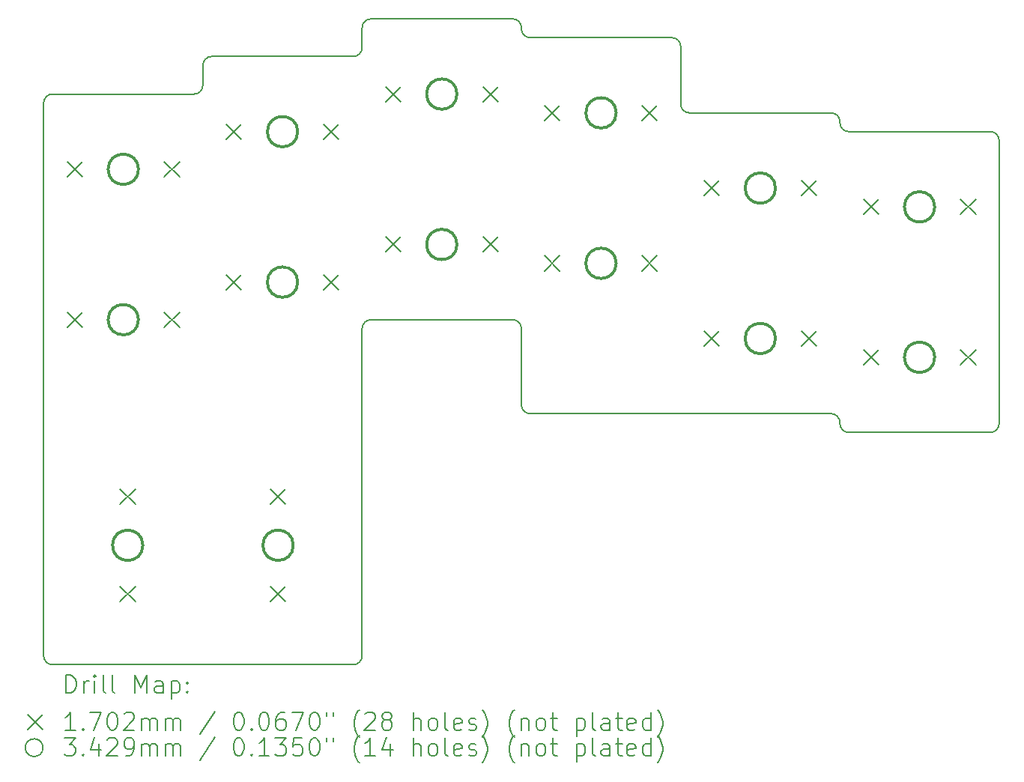
<source format=gbr>
%TF.GenerationSoftware,KiCad,Pcbnew,7.0.8*%
%TF.CreationDate,2024-04-01T22:35:28+01:00*%
%TF.ProjectId,right,72696768-742e-46b6-9963-61645f706362,v1.0.0*%
%TF.SameCoordinates,Original*%
%TF.FileFunction,Drillmap*%
%TF.FilePolarity,Positive*%
%FSLAX45Y45*%
G04 Gerber Fmt 4.5, Leading zero omitted, Abs format (unit mm)*
G04 Created by KiCad (PCBNEW 7.0.8) date 2024-04-01 22:35:28*
%MOMM*%
%LPD*%
G01*
G04 APERTURE LIST*
%ADD10C,0.150000*%
%ADD11C,0.200000*%
%ADD12C,0.170180*%
%ADD13C,0.342900*%
G04 APERTURE END LIST*
D10*
X30800000Y-14675000D02*
X32400000Y-14675000D01*
X32500000Y-14575000D02*
X32500000Y-11375000D01*
X30700000Y-14562500D02*
X30700000Y-14575000D01*
X32400000Y-11275000D02*
X30800000Y-11275000D01*
X27200000Y-14462500D02*
X30600000Y-14462500D01*
X30700000Y-11175000D02*
X30700000Y-11162500D01*
X30600000Y-11062500D02*
X29000000Y-11062500D01*
X27100000Y-14362500D02*
X27100000Y-13500000D01*
X28900000Y-10962500D02*
X28900000Y-10312500D01*
X28800000Y-10212500D02*
X27200000Y-10212500D01*
X25400000Y-13400000D02*
X27000000Y-13400000D01*
X27100000Y-10112500D02*
X27100000Y-10100000D01*
X27000000Y-10000000D02*
X25400000Y-10000000D01*
X25300000Y-10100000D02*
X25300000Y-10325000D01*
X25300000Y-17200000D02*
X25300000Y-13500000D01*
X25200000Y-10425000D02*
X23600000Y-10425000D01*
X23500000Y-10525000D02*
X23500000Y-10750000D01*
X21700000Y-17200000D02*
X21700000Y-10950000D01*
X23400000Y-10850000D02*
X21800000Y-10850000D01*
X21800000Y-17300000D02*
X25200000Y-17300000D01*
X32400000Y-14675000D02*
G75*
G03*
X32500000Y-14575000I0J100000D01*
G01*
X32500000Y-11375000D02*
G75*
G03*
X32400000Y-11275000I-100000J0D01*
G01*
X30700000Y-11175000D02*
G75*
G03*
X30800000Y-11275000I100000J0D01*
G01*
X30700000Y-11162500D02*
G75*
G03*
X30600000Y-11062500I-100000J0D01*
G01*
X28900000Y-10962500D02*
G75*
G03*
X29000000Y-11062500I100000J0D01*
G01*
X28900000Y-10312500D02*
G75*
G03*
X28800000Y-10212500I-100000J0D01*
G01*
X27100000Y-10112500D02*
G75*
G03*
X27200000Y-10212500I100000J0D01*
G01*
X27100000Y-10100000D02*
G75*
G03*
X27000000Y-10000000I-100000J0D01*
G01*
X25400000Y-10000000D02*
G75*
G03*
X25300000Y-10100000I0J-100000D01*
G01*
X25200000Y-10425000D02*
G75*
G03*
X25300000Y-10325000I0J100000D01*
G01*
X23600000Y-10425000D02*
G75*
G03*
X23500000Y-10525000I0J-100000D01*
G01*
X23400000Y-10850000D02*
G75*
G03*
X23500000Y-10750000I0J100000D01*
G01*
X21800000Y-10850000D02*
G75*
G03*
X21700000Y-10950000I0J-100000D01*
G01*
X21700000Y-17200000D02*
G75*
G03*
X21800000Y-17300000I100000J0D01*
G01*
X25200000Y-17300000D02*
G75*
G03*
X25300000Y-17200000I0J100000D01*
G01*
X25400000Y-13400000D02*
G75*
G03*
X25300000Y-13500000I0J-100000D01*
G01*
X27100000Y-13500000D02*
G75*
G03*
X27000000Y-13400000I-100000J0D01*
G01*
X27100000Y-14362500D02*
G75*
G03*
X27200000Y-14462500I100000J0D01*
G01*
X30700000Y-14562500D02*
G75*
G03*
X30600000Y-14462500I-100000J0D01*
G01*
X30700000Y-14575000D02*
G75*
G03*
X30800000Y-14675000I100000J0D01*
G01*
D11*
D12*
X21964910Y-11614910D02*
X22135090Y-11785090D01*
X22135090Y-11614910D02*
X21964910Y-11785090D01*
X21964910Y-13314910D02*
X22135090Y-13485090D01*
X22135090Y-13314910D02*
X21964910Y-13485090D01*
X22564910Y-15314910D02*
X22735090Y-15485090D01*
X22735090Y-15314910D02*
X22564910Y-15485090D01*
X22564910Y-16414910D02*
X22735090Y-16585090D01*
X22735090Y-16414910D02*
X22564910Y-16585090D01*
X23064910Y-11614910D02*
X23235090Y-11785090D01*
X23235090Y-11614910D02*
X23064910Y-11785090D01*
X23064910Y-13314910D02*
X23235090Y-13485090D01*
X23235090Y-13314910D02*
X23064910Y-13485090D01*
X23764910Y-11189910D02*
X23935090Y-11360090D01*
X23935090Y-11189910D02*
X23764910Y-11360090D01*
X23764910Y-12889910D02*
X23935090Y-13060090D01*
X23935090Y-12889910D02*
X23764910Y-13060090D01*
X24264910Y-15314910D02*
X24435090Y-15485090D01*
X24435090Y-15314910D02*
X24264910Y-15485090D01*
X24264910Y-16414910D02*
X24435090Y-16585090D01*
X24435090Y-16414910D02*
X24264910Y-16585090D01*
X24864910Y-11189910D02*
X25035090Y-11360090D01*
X25035090Y-11189910D02*
X24864910Y-11360090D01*
X24864910Y-12889910D02*
X25035090Y-13060090D01*
X25035090Y-12889910D02*
X24864910Y-13060090D01*
X25564910Y-10764910D02*
X25735090Y-10935090D01*
X25735090Y-10764910D02*
X25564910Y-10935090D01*
X25564910Y-12464910D02*
X25735090Y-12635090D01*
X25735090Y-12464910D02*
X25564910Y-12635090D01*
X26664910Y-10764910D02*
X26835090Y-10935090D01*
X26835090Y-10764910D02*
X26664910Y-10935090D01*
X26664910Y-12464910D02*
X26835090Y-12635090D01*
X26835090Y-12464910D02*
X26664910Y-12635090D01*
X27364910Y-10977410D02*
X27535090Y-11147590D01*
X27535090Y-10977410D02*
X27364910Y-11147590D01*
X27364910Y-12677410D02*
X27535090Y-12847590D01*
X27535090Y-12677410D02*
X27364910Y-12847590D01*
X28464910Y-10977410D02*
X28635090Y-11147590D01*
X28635090Y-10977410D02*
X28464910Y-11147590D01*
X28464910Y-12677410D02*
X28635090Y-12847590D01*
X28635090Y-12677410D02*
X28464910Y-12847590D01*
X29164910Y-11827410D02*
X29335090Y-11997590D01*
X29335090Y-11827410D02*
X29164910Y-11997590D01*
X29164910Y-13527410D02*
X29335090Y-13697590D01*
X29335090Y-13527410D02*
X29164910Y-13697590D01*
X30264910Y-11827410D02*
X30435090Y-11997590D01*
X30435090Y-11827410D02*
X30264910Y-11997590D01*
X30264910Y-13527410D02*
X30435090Y-13697590D01*
X30435090Y-13527410D02*
X30264910Y-13697590D01*
X30964910Y-12039910D02*
X31135090Y-12210090D01*
X31135090Y-12039910D02*
X30964910Y-12210090D01*
X30964910Y-13739910D02*
X31135090Y-13910090D01*
X31135090Y-13739910D02*
X30964910Y-13910090D01*
X32064910Y-12039910D02*
X32235090Y-12210090D01*
X32235090Y-12039910D02*
X32064910Y-12210090D01*
X32064910Y-13739910D02*
X32235090Y-13910090D01*
X32235090Y-13739910D02*
X32064910Y-13910090D01*
D13*
X22771450Y-11700000D02*
G75*
G03*
X22771450Y-11700000I-171450J0D01*
G01*
X22771450Y-13400000D02*
G75*
G03*
X22771450Y-13400000I-171450J0D01*
G01*
X22821450Y-15950000D02*
G75*
G03*
X22821450Y-15950000I-171450J0D01*
G01*
X24521450Y-15950000D02*
G75*
G03*
X24521450Y-15950000I-171450J0D01*
G01*
X24571450Y-11275000D02*
G75*
G03*
X24571450Y-11275000I-171450J0D01*
G01*
X24571450Y-12975000D02*
G75*
G03*
X24571450Y-12975000I-171450J0D01*
G01*
X26371450Y-10850000D02*
G75*
G03*
X26371450Y-10850000I-171450J0D01*
G01*
X26371450Y-12550000D02*
G75*
G03*
X26371450Y-12550000I-171450J0D01*
G01*
X28171450Y-11062500D02*
G75*
G03*
X28171450Y-11062500I-171450J0D01*
G01*
X28171450Y-12762500D02*
G75*
G03*
X28171450Y-12762500I-171450J0D01*
G01*
X29971450Y-11912500D02*
G75*
G03*
X29971450Y-11912500I-171450J0D01*
G01*
X29971450Y-13612500D02*
G75*
G03*
X29971450Y-13612500I-171450J0D01*
G01*
X31771450Y-12125000D02*
G75*
G03*
X31771450Y-12125000I-171450J0D01*
G01*
X31771450Y-13825000D02*
G75*
G03*
X31771450Y-13825000I-171450J0D01*
G01*
D11*
X21953277Y-17618984D02*
X21953277Y-17418984D01*
X21953277Y-17418984D02*
X22000896Y-17418984D01*
X22000896Y-17418984D02*
X22029467Y-17428508D01*
X22029467Y-17428508D02*
X22048515Y-17447555D01*
X22048515Y-17447555D02*
X22058039Y-17466603D01*
X22058039Y-17466603D02*
X22067563Y-17504698D01*
X22067563Y-17504698D02*
X22067563Y-17533270D01*
X22067563Y-17533270D02*
X22058039Y-17571365D01*
X22058039Y-17571365D02*
X22048515Y-17590412D01*
X22048515Y-17590412D02*
X22029467Y-17609460D01*
X22029467Y-17609460D02*
X22000896Y-17618984D01*
X22000896Y-17618984D02*
X21953277Y-17618984D01*
X22153277Y-17618984D02*
X22153277Y-17485650D01*
X22153277Y-17523746D02*
X22162801Y-17504698D01*
X22162801Y-17504698D02*
X22172324Y-17495174D01*
X22172324Y-17495174D02*
X22191372Y-17485650D01*
X22191372Y-17485650D02*
X22210420Y-17485650D01*
X22277086Y-17618984D02*
X22277086Y-17485650D01*
X22277086Y-17418984D02*
X22267563Y-17428508D01*
X22267563Y-17428508D02*
X22277086Y-17438031D01*
X22277086Y-17438031D02*
X22286610Y-17428508D01*
X22286610Y-17428508D02*
X22277086Y-17418984D01*
X22277086Y-17418984D02*
X22277086Y-17438031D01*
X22400896Y-17618984D02*
X22381848Y-17609460D01*
X22381848Y-17609460D02*
X22372324Y-17590412D01*
X22372324Y-17590412D02*
X22372324Y-17418984D01*
X22505658Y-17618984D02*
X22486610Y-17609460D01*
X22486610Y-17609460D02*
X22477086Y-17590412D01*
X22477086Y-17590412D02*
X22477086Y-17418984D01*
X22734229Y-17618984D02*
X22734229Y-17418984D01*
X22734229Y-17418984D02*
X22800896Y-17561841D01*
X22800896Y-17561841D02*
X22867562Y-17418984D01*
X22867562Y-17418984D02*
X22867562Y-17618984D01*
X23048515Y-17618984D02*
X23048515Y-17514222D01*
X23048515Y-17514222D02*
X23038991Y-17495174D01*
X23038991Y-17495174D02*
X23019943Y-17485650D01*
X23019943Y-17485650D02*
X22981848Y-17485650D01*
X22981848Y-17485650D02*
X22962801Y-17495174D01*
X23048515Y-17609460D02*
X23029467Y-17618984D01*
X23029467Y-17618984D02*
X22981848Y-17618984D01*
X22981848Y-17618984D02*
X22962801Y-17609460D01*
X22962801Y-17609460D02*
X22953277Y-17590412D01*
X22953277Y-17590412D02*
X22953277Y-17571365D01*
X22953277Y-17571365D02*
X22962801Y-17552317D01*
X22962801Y-17552317D02*
X22981848Y-17542793D01*
X22981848Y-17542793D02*
X23029467Y-17542793D01*
X23029467Y-17542793D02*
X23048515Y-17533270D01*
X23143753Y-17485650D02*
X23143753Y-17685650D01*
X23143753Y-17495174D02*
X23162801Y-17485650D01*
X23162801Y-17485650D02*
X23200896Y-17485650D01*
X23200896Y-17485650D02*
X23219943Y-17495174D01*
X23219943Y-17495174D02*
X23229467Y-17504698D01*
X23229467Y-17504698D02*
X23238991Y-17523746D01*
X23238991Y-17523746D02*
X23238991Y-17580889D01*
X23238991Y-17580889D02*
X23229467Y-17599936D01*
X23229467Y-17599936D02*
X23219943Y-17609460D01*
X23219943Y-17609460D02*
X23200896Y-17618984D01*
X23200896Y-17618984D02*
X23162801Y-17618984D01*
X23162801Y-17618984D02*
X23143753Y-17609460D01*
X23324705Y-17599936D02*
X23334229Y-17609460D01*
X23334229Y-17609460D02*
X23324705Y-17618984D01*
X23324705Y-17618984D02*
X23315182Y-17609460D01*
X23315182Y-17609460D02*
X23324705Y-17599936D01*
X23324705Y-17599936D02*
X23324705Y-17618984D01*
X23324705Y-17495174D02*
X23334229Y-17504698D01*
X23334229Y-17504698D02*
X23324705Y-17514222D01*
X23324705Y-17514222D02*
X23315182Y-17504698D01*
X23315182Y-17504698D02*
X23324705Y-17495174D01*
X23324705Y-17495174D02*
X23324705Y-17514222D01*
D12*
X21522320Y-17862410D02*
X21692500Y-18032590D01*
X21692500Y-17862410D02*
X21522320Y-18032590D01*
D11*
X22058039Y-18038984D02*
X21943753Y-18038984D01*
X22000896Y-18038984D02*
X22000896Y-17838984D01*
X22000896Y-17838984D02*
X21981848Y-17867555D01*
X21981848Y-17867555D02*
X21962801Y-17886603D01*
X21962801Y-17886603D02*
X21943753Y-17896127D01*
X22143753Y-18019936D02*
X22153277Y-18029460D01*
X22153277Y-18029460D02*
X22143753Y-18038984D01*
X22143753Y-18038984D02*
X22134229Y-18029460D01*
X22134229Y-18029460D02*
X22143753Y-18019936D01*
X22143753Y-18019936D02*
X22143753Y-18038984D01*
X22219944Y-17838984D02*
X22353277Y-17838984D01*
X22353277Y-17838984D02*
X22267563Y-18038984D01*
X22467562Y-17838984D02*
X22486610Y-17838984D01*
X22486610Y-17838984D02*
X22505658Y-17848508D01*
X22505658Y-17848508D02*
X22515182Y-17858031D01*
X22515182Y-17858031D02*
X22524705Y-17877079D01*
X22524705Y-17877079D02*
X22534229Y-17915174D01*
X22534229Y-17915174D02*
X22534229Y-17962793D01*
X22534229Y-17962793D02*
X22524705Y-18000889D01*
X22524705Y-18000889D02*
X22515182Y-18019936D01*
X22515182Y-18019936D02*
X22505658Y-18029460D01*
X22505658Y-18029460D02*
X22486610Y-18038984D01*
X22486610Y-18038984D02*
X22467562Y-18038984D01*
X22467562Y-18038984D02*
X22448515Y-18029460D01*
X22448515Y-18029460D02*
X22438991Y-18019936D01*
X22438991Y-18019936D02*
X22429467Y-18000889D01*
X22429467Y-18000889D02*
X22419943Y-17962793D01*
X22419943Y-17962793D02*
X22419943Y-17915174D01*
X22419943Y-17915174D02*
X22429467Y-17877079D01*
X22429467Y-17877079D02*
X22438991Y-17858031D01*
X22438991Y-17858031D02*
X22448515Y-17848508D01*
X22448515Y-17848508D02*
X22467562Y-17838984D01*
X22610420Y-17858031D02*
X22619943Y-17848508D01*
X22619943Y-17848508D02*
X22638991Y-17838984D01*
X22638991Y-17838984D02*
X22686610Y-17838984D01*
X22686610Y-17838984D02*
X22705658Y-17848508D01*
X22705658Y-17848508D02*
X22715182Y-17858031D01*
X22715182Y-17858031D02*
X22724705Y-17877079D01*
X22724705Y-17877079D02*
X22724705Y-17896127D01*
X22724705Y-17896127D02*
X22715182Y-17924698D01*
X22715182Y-17924698D02*
X22600896Y-18038984D01*
X22600896Y-18038984D02*
X22724705Y-18038984D01*
X22810420Y-18038984D02*
X22810420Y-17905650D01*
X22810420Y-17924698D02*
X22819943Y-17915174D01*
X22819943Y-17915174D02*
X22838991Y-17905650D01*
X22838991Y-17905650D02*
X22867563Y-17905650D01*
X22867563Y-17905650D02*
X22886610Y-17915174D01*
X22886610Y-17915174D02*
X22896134Y-17934222D01*
X22896134Y-17934222D02*
X22896134Y-18038984D01*
X22896134Y-17934222D02*
X22905658Y-17915174D01*
X22905658Y-17915174D02*
X22924705Y-17905650D01*
X22924705Y-17905650D02*
X22953277Y-17905650D01*
X22953277Y-17905650D02*
X22972324Y-17915174D01*
X22972324Y-17915174D02*
X22981848Y-17934222D01*
X22981848Y-17934222D02*
X22981848Y-18038984D01*
X23077086Y-18038984D02*
X23077086Y-17905650D01*
X23077086Y-17924698D02*
X23086610Y-17915174D01*
X23086610Y-17915174D02*
X23105658Y-17905650D01*
X23105658Y-17905650D02*
X23134229Y-17905650D01*
X23134229Y-17905650D02*
X23153277Y-17915174D01*
X23153277Y-17915174D02*
X23162801Y-17934222D01*
X23162801Y-17934222D02*
X23162801Y-18038984D01*
X23162801Y-17934222D02*
X23172324Y-17915174D01*
X23172324Y-17915174D02*
X23191372Y-17905650D01*
X23191372Y-17905650D02*
X23219943Y-17905650D01*
X23219943Y-17905650D02*
X23238991Y-17915174D01*
X23238991Y-17915174D02*
X23248515Y-17934222D01*
X23248515Y-17934222D02*
X23248515Y-18038984D01*
X23638991Y-17829460D02*
X23467563Y-18086603D01*
X23896134Y-17838984D02*
X23915182Y-17838984D01*
X23915182Y-17838984D02*
X23934229Y-17848508D01*
X23934229Y-17848508D02*
X23943753Y-17858031D01*
X23943753Y-17858031D02*
X23953277Y-17877079D01*
X23953277Y-17877079D02*
X23962801Y-17915174D01*
X23962801Y-17915174D02*
X23962801Y-17962793D01*
X23962801Y-17962793D02*
X23953277Y-18000889D01*
X23953277Y-18000889D02*
X23943753Y-18019936D01*
X23943753Y-18019936D02*
X23934229Y-18029460D01*
X23934229Y-18029460D02*
X23915182Y-18038984D01*
X23915182Y-18038984D02*
X23896134Y-18038984D01*
X23896134Y-18038984D02*
X23877086Y-18029460D01*
X23877086Y-18029460D02*
X23867563Y-18019936D01*
X23867563Y-18019936D02*
X23858039Y-18000889D01*
X23858039Y-18000889D02*
X23848515Y-17962793D01*
X23848515Y-17962793D02*
X23848515Y-17915174D01*
X23848515Y-17915174D02*
X23858039Y-17877079D01*
X23858039Y-17877079D02*
X23867563Y-17858031D01*
X23867563Y-17858031D02*
X23877086Y-17848508D01*
X23877086Y-17848508D02*
X23896134Y-17838984D01*
X24048515Y-18019936D02*
X24058039Y-18029460D01*
X24058039Y-18029460D02*
X24048515Y-18038984D01*
X24048515Y-18038984D02*
X24038991Y-18029460D01*
X24038991Y-18029460D02*
X24048515Y-18019936D01*
X24048515Y-18019936D02*
X24048515Y-18038984D01*
X24181848Y-17838984D02*
X24200896Y-17838984D01*
X24200896Y-17838984D02*
X24219944Y-17848508D01*
X24219944Y-17848508D02*
X24229467Y-17858031D01*
X24229467Y-17858031D02*
X24238991Y-17877079D01*
X24238991Y-17877079D02*
X24248515Y-17915174D01*
X24248515Y-17915174D02*
X24248515Y-17962793D01*
X24248515Y-17962793D02*
X24238991Y-18000889D01*
X24238991Y-18000889D02*
X24229467Y-18019936D01*
X24229467Y-18019936D02*
X24219944Y-18029460D01*
X24219944Y-18029460D02*
X24200896Y-18038984D01*
X24200896Y-18038984D02*
X24181848Y-18038984D01*
X24181848Y-18038984D02*
X24162801Y-18029460D01*
X24162801Y-18029460D02*
X24153277Y-18019936D01*
X24153277Y-18019936D02*
X24143753Y-18000889D01*
X24143753Y-18000889D02*
X24134229Y-17962793D01*
X24134229Y-17962793D02*
X24134229Y-17915174D01*
X24134229Y-17915174D02*
X24143753Y-17877079D01*
X24143753Y-17877079D02*
X24153277Y-17858031D01*
X24153277Y-17858031D02*
X24162801Y-17848508D01*
X24162801Y-17848508D02*
X24181848Y-17838984D01*
X24419944Y-17838984D02*
X24381848Y-17838984D01*
X24381848Y-17838984D02*
X24362801Y-17848508D01*
X24362801Y-17848508D02*
X24353277Y-17858031D01*
X24353277Y-17858031D02*
X24334229Y-17886603D01*
X24334229Y-17886603D02*
X24324706Y-17924698D01*
X24324706Y-17924698D02*
X24324706Y-18000889D01*
X24324706Y-18000889D02*
X24334229Y-18019936D01*
X24334229Y-18019936D02*
X24343753Y-18029460D01*
X24343753Y-18029460D02*
X24362801Y-18038984D01*
X24362801Y-18038984D02*
X24400896Y-18038984D01*
X24400896Y-18038984D02*
X24419944Y-18029460D01*
X24419944Y-18029460D02*
X24429467Y-18019936D01*
X24429467Y-18019936D02*
X24438991Y-18000889D01*
X24438991Y-18000889D02*
X24438991Y-17953270D01*
X24438991Y-17953270D02*
X24429467Y-17934222D01*
X24429467Y-17934222D02*
X24419944Y-17924698D01*
X24419944Y-17924698D02*
X24400896Y-17915174D01*
X24400896Y-17915174D02*
X24362801Y-17915174D01*
X24362801Y-17915174D02*
X24343753Y-17924698D01*
X24343753Y-17924698D02*
X24334229Y-17934222D01*
X24334229Y-17934222D02*
X24324706Y-17953270D01*
X24505658Y-17838984D02*
X24638991Y-17838984D01*
X24638991Y-17838984D02*
X24553277Y-18038984D01*
X24753277Y-17838984D02*
X24772325Y-17838984D01*
X24772325Y-17838984D02*
X24791372Y-17848508D01*
X24791372Y-17848508D02*
X24800896Y-17858031D01*
X24800896Y-17858031D02*
X24810420Y-17877079D01*
X24810420Y-17877079D02*
X24819944Y-17915174D01*
X24819944Y-17915174D02*
X24819944Y-17962793D01*
X24819944Y-17962793D02*
X24810420Y-18000889D01*
X24810420Y-18000889D02*
X24800896Y-18019936D01*
X24800896Y-18019936D02*
X24791372Y-18029460D01*
X24791372Y-18029460D02*
X24772325Y-18038984D01*
X24772325Y-18038984D02*
X24753277Y-18038984D01*
X24753277Y-18038984D02*
X24734229Y-18029460D01*
X24734229Y-18029460D02*
X24724706Y-18019936D01*
X24724706Y-18019936D02*
X24715182Y-18000889D01*
X24715182Y-18000889D02*
X24705658Y-17962793D01*
X24705658Y-17962793D02*
X24705658Y-17915174D01*
X24705658Y-17915174D02*
X24715182Y-17877079D01*
X24715182Y-17877079D02*
X24724706Y-17858031D01*
X24724706Y-17858031D02*
X24734229Y-17848508D01*
X24734229Y-17848508D02*
X24753277Y-17838984D01*
X24896134Y-17838984D02*
X24896134Y-17877079D01*
X24972325Y-17838984D02*
X24972325Y-17877079D01*
X25267563Y-18115174D02*
X25258039Y-18105650D01*
X25258039Y-18105650D02*
X25238991Y-18077079D01*
X25238991Y-18077079D02*
X25229468Y-18058031D01*
X25229468Y-18058031D02*
X25219944Y-18029460D01*
X25219944Y-18029460D02*
X25210420Y-17981841D01*
X25210420Y-17981841D02*
X25210420Y-17943746D01*
X25210420Y-17943746D02*
X25219944Y-17896127D01*
X25219944Y-17896127D02*
X25229468Y-17867555D01*
X25229468Y-17867555D02*
X25238991Y-17848508D01*
X25238991Y-17848508D02*
X25258039Y-17819936D01*
X25258039Y-17819936D02*
X25267563Y-17810412D01*
X25334229Y-17858031D02*
X25343753Y-17848508D01*
X25343753Y-17848508D02*
X25362801Y-17838984D01*
X25362801Y-17838984D02*
X25410420Y-17838984D01*
X25410420Y-17838984D02*
X25429468Y-17848508D01*
X25429468Y-17848508D02*
X25438991Y-17858031D01*
X25438991Y-17858031D02*
X25448515Y-17877079D01*
X25448515Y-17877079D02*
X25448515Y-17896127D01*
X25448515Y-17896127D02*
X25438991Y-17924698D01*
X25438991Y-17924698D02*
X25324706Y-18038984D01*
X25324706Y-18038984D02*
X25448515Y-18038984D01*
X25562801Y-17924698D02*
X25543753Y-17915174D01*
X25543753Y-17915174D02*
X25534229Y-17905650D01*
X25534229Y-17905650D02*
X25524706Y-17886603D01*
X25524706Y-17886603D02*
X25524706Y-17877079D01*
X25524706Y-17877079D02*
X25534229Y-17858031D01*
X25534229Y-17858031D02*
X25543753Y-17848508D01*
X25543753Y-17848508D02*
X25562801Y-17838984D01*
X25562801Y-17838984D02*
X25600896Y-17838984D01*
X25600896Y-17838984D02*
X25619944Y-17848508D01*
X25619944Y-17848508D02*
X25629468Y-17858031D01*
X25629468Y-17858031D02*
X25638991Y-17877079D01*
X25638991Y-17877079D02*
X25638991Y-17886603D01*
X25638991Y-17886603D02*
X25629468Y-17905650D01*
X25629468Y-17905650D02*
X25619944Y-17915174D01*
X25619944Y-17915174D02*
X25600896Y-17924698D01*
X25600896Y-17924698D02*
X25562801Y-17924698D01*
X25562801Y-17924698D02*
X25543753Y-17934222D01*
X25543753Y-17934222D02*
X25534229Y-17943746D01*
X25534229Y-17943746D02*
X25524706Y-17962793D01*
X25524706Y-17962793D02*
X25524706Y-18000889D01*
X25524706Y-18000889D02*
X25534229Y-18019936D01*
X25534229Y-18019936D02*
X25543753Y-18029460D01*
X25543753Y-18029460D02*
X25562801Y-18038984D01*
X25562801Y-18038984D02*
X25600896Y-18038984D01*
X25600896Y-18038984D02*
X25619944Y-18029460D01*
X25619944Y-18029460D02*
X25629468Y-18019936D01*
X25629468Y-18019936D02*
X25638991Y-18000889D01*
X25638991Y-18000889D02*
X25638991Y-17962793D01*
X25638991Y-17962793D02*
X25629468Y-17943746D01*
X25629468Y-17943746D02*
X25619944Y-17934222D01*
X25619944Y-17934222D02*
X25600896Y-17924698D01*
X25877087Y-18038984D02*
X25877087Y-17838984D01*
X25962801Y-18038984D02*
X25962801Y-17934222D01*
X25962801Y-17934222D02*
X25953277Y-17915174D01*
X25953277Y-17915174D02*
X25934230Y-17905650D01*
X25934230Y-17905650D02*
X25905658Y-17905650D01*
X25905658Y-17905650D02*
X25886610Y-17915174D01*
X25886610Y-17915174D02*
X25877087Y-17924698D01*
X26086610Y-18038984D02*
X26067563Y-18029460D01*
X26067563Y-18029460D02*
X26058039Y-18019936D01*
X26058039Y-18019936D02*
X26048515Y-18000889D01*
X26048515Y-18000889D02*
X26048515Y-17943746D01*
X26048515Y-17943746D02*
X26058039Y-17924698D01*
X26058039Y-17924698D02*
X26067563Y-17915174D01*
X26067563Y-17915174D02*
X26086610Y-17905650D01*
X26086610Y-17905650D02*
X26115182Y-17905650D01*
X26115182Y-17905650D02*
X26134230Y-17915174D01*
X26134230Y-17915174D02*
X26143753Y-17924698D01*
X26143753Y-17924698D02*
X26153277Y-17943746D01*
X26153277Y-17943746D02*
X26153277Y-18000889D01*
X26153277Y-18000889D02*
X26143753Y-18019936D01*
X26143753Y-18019936D02*
X26134230Y-18029460D01*
X26134230Y-18029460D02*
X26115182Y-18038984D01*
X26115182Y-18038984D02*
X26086610Y-18038984D01*
X26267563Y-18038984D02*
X26248515Y-18029460D01*
X26248515Y-18029460D02*
X26238991Y-18010412D01*
X26238991Y-18010412D02*
X26238991Y-17838984D01*
X26419944Y-18029460D02*
X26400896Y-18038984D01*
X26400896Y-18038984D02*
X26362801Y-18038984D01*
X26362801Y-18038984D02*
X26343753Y-18029460D01*
X26343753Y-18029460D02*
X26334230Y-18010412D01*
X26334230Y-18010412D02*
X26334230Y-17934222D01*
X26334230Y-17934222D02*
X26343753Y-17915174D01*
X26343753Y-17915174D02*
X26362801Y-17905650D01*
X26362801Y-17905650D02*
X26400896Y-17905650D01*
X26400896Y-17905650D02*
X26419944Y-17915174D01*
X26419944Y-17915174D02*
X26429468Y-17934222D01*
X26429468Y-17934222D02*
X26429468Y-17953270D01*
X26429468Y-17953270D02*
X26334230Y-17972317D01*
X26505658Y-18029460D02*
X26524706Y-18038984D01*
X26524706Y-18038984D02*
X26562801Y-18038984D01*
X26562801Y-18038984D02*
X26581849Y-18029460D01*
X26581849Y-18029460D02*
X26591372Y-18010412D01*
X26591372Y-18010412D02*
X26591372Y-18000889D01*
X26591372Y-18000889D02*
X26581849Y-17981841D01*
X26581849Y-17981841D02*
X26562801Y-17972317D01*
X26562801Y-17972317D02*
X26534230Y-17972317D01*
X26534230Y-17972317D02*
X26515182Y-17962793D01*
X26515182Y-17962793D02*
X26505658Y-17943746D01*
X26505658Y-17943746D02*
X26505658Y-17934222D01*
X26505658Y-17934222D02*
X26515182Y-17915174D01*
X26515182Y-17915174D02*
X26534230Y-17905650D01*
X26534230Y-17905650D02*
X26562801Y-17905650D01*
X26562801Y-17905650D02*
X26581849Y-17915174D01*
X26658039Y-18115174D02*
X26667563Y-18105650D01*
X26667563Y-18105650D02*
X26686611Y-18077079D01*
X26686611Y-18077079D02*
X26696134Y-18058031D01*
X26696134Y-18058031D02*
X26705658Y-18029460D01*
X26705658Y-18029460D02*
X26715182Y-17981841D01*
X26715182Y-17981841D02*
X26715182Y-17943746D01*
X26715182Y-17943746D02*
X26705658Y-17896127D01*
X26705658Y-17896127D02*
X26696134Y-17867555D01*
X26696134Y-17867555D02*
X26686611Y-17848508D01*
X26686611Y-17848508D02*
X26667563Y-17819936D01*
X26667563Y-17819936D02*
X26658039Y-17810412D01*
X27019944Y-18115174D02*
X27010420Y-18105650D01*
X27010420Y-18105650D02*
X26991372Y-18077079D01*
X26991372Y-18077079D02*
X26981849Y-18058031D01*
X26981849Y-18058031D02*
X26972325Y-18029460D01*
X26972325Y-18029460D02*
X26962801Y-17981841D01*
X26962801Y-17981841D02*
X26962801Y-17943746D01*
X26962801Y-17943746D02*
X26972325Y-17896127D01*
X26972325Y-17896127D02*
X26981849Y-17867555D01*
X26981849Y-17867555D02*
X26991372Y-17848508D01*
X26991372Y-17848508D02*
X27010420Y-17819936D01*
X27010420Y-17819936D02*
X27019944Y-17810412D01*
X27096134Y-17905650D02*
X27096134Y-18038984D01*
X27096134Y-17924698D02*
X27105658Y-17915174D01*
X27105658Y-17915174D02*
X27124706Y-17905650D01*
X27124706Y-17905650D02*
X27153277Y-17905650D01*
X27153277Y-17905650D02*
X27172325Y-17915174D01*
X27172325Y-17915174D02*
X27181849Y-17934222D01*
X27181849Y-17934222D02*
X27181849Y-18038984D01*
X27305658Y-18038984D02*
X27286611Y-18029460D01*
X27286611Y-18029460D02*
X27277087Y-18019936D01*
X27277087Y-18019936D02*
X27267563Y-18000889D01*
X27267563Y-18000889D02*
X27267563Y-17943746D01*
X27267563Y-17943746D02*
X27277087Y-17924698D01*
X27277087Y-17924698D02*
X27286611Y-17915174D01*
X27286611Y-17915174D02*
X27305658Y-17905650D01*
X27305658Y-17905650D02*
X27334230Y-17905650D01*
X27334230Y-17905650D02*
X27353277Y-17915174D01*
X27353277Y-17915174D02*
X27362801Y-17924698D01*
X27362801Y-17924698D02*
X27372325Y-17943746D01*
X27372325Y-17943746D02*
X27372325Y-18000889D01*
X27372325Y-18000889D02*
X27362801Y-18019936D01*
X27362801Y-18019936D02*
X27353277Y-18029460D01*
X27353277Y-18029460D02*
X27334230Y-18038984D01*
X27334230Y-18038984D02*
X27305658Y-18038984D01*
X27429468Y-17905650D02*
X27505658Y-17905650D01*
X27458039Y-17838984D02*
X27458039Y-18010412D01*
X27458039Y-18010412D02*
X27467563Y-18029460D01*
X27467563Y-18029460D02*
X27486611Y-18038984D01*
X27486611Y-18038984D02*
X27505658Y-18038984D01*
X27724706Y-17905650D02*
X27724706Y-18105650D01*
X27724706Y-17915174D02*
X27743753Y-17905650D01*
X27743753Y-17905650D02*
X27781849Y-17905650D01*
X27781849Y-17905650D02*
X27800896Y-17915174D01*
X27800896Y-17915174D02*
X27810420Y-17924698D01*
X27810420Y-17924698D02*
X27819944Y-17943746D01*
X27819944Y-17943746D02*
X27819944Y-18000889D01*
X27819944Y-18000889D02*
X27810420Y-18019936D01*
X27810420Y-18019936D02*
X27800896Y-18029460D01*
X27800896Y-18029460D02*
X27781849Y-18038984D01*
X27781849Y-18038984D02*
X27743753Y-18038984D01*
X27743753Y-18038984D02*
X27724706Y-18029460D01*
X27934230Y-18038984D02*
X27915182Y-18029460D01*
X27915182Y-18029460D02*
X27905658Y-18010412D01*
X27905658Y-18010412D02*
X27905658Y-17838984D01*
X28096134Y-18038984D02*
X28096134Y-17934222D01*
X28096134Y-17934222D02*
X28086611Y-17915174D01*
X28086611Y-17915174D02*
X28067563Y-17905650D01*
X28067563Y-17905650D02*
X28029468Y-17905650D01*
X28029468Y-17905650D02*
X28010420Y-17915174D01*
X28096134Y-18029460D02*
X28077087Y-18038984D01*
X28077087Y-18038984D02*
X28029468Y-18038984D01*
X28029468Y-18038984D02*
X28010420Y-18029460D01*
X28010420Y-18029460D02*
X28000896Y-18010412D01*
X28000896Y-18010412D02*
X28000896Y-17991365D01*
X28000896Y-17991365D02*
X28010420Y-17972317D01*
X28010420Y-17972317D02*
X28029468Y-17962793D01*
X28029468Y-17962793D02*
X28077087Y-17962793D01*
X28077087Y-17962793D02*
X28096134Y-17953270D01*
X28162801Y-17905650D02*
X28238992Y-17905650D01*
X28191373Y-17838984D02*
X28191373Y-18010412D01*
X28191373Y-18010412D02*
X28200896Y-18029460D01*
X28200896Y-18029460D02*
X28219944Y-18038984D01*
X28219944Y-18038984D02*
X28238992Y-18038984D01*
X28381849Y-18029460D02*
X28362801Y-18038984D01*
X28362801Y-18038984D02*
X28324706Y-18038984D01*
X28324706Y-18038984D02*
X28305658Y-18029460D01*
X28305658Y-18029460D02*
X28296134Y-18010412D01*
X28296134Y-18010412D02*
X28296134Y-17934222D01*
X28296134Y-17934222D02*
X28305658Y-17915174D01*
X28305658Y-17915174D02*
X28324706Y-17905650D01*
X28324706Y-17905650D02*
X28362801Y-17905650D01*
X28362801Y-17905650D02*
X28381849Y-17915174D01*
X28381849Y-17915174D02*
X28391373Y-17934222D01*
X28391373Y-17934222D02*
X28391373Y-17953270D01*
X28391373Y-17953270D02*
X28296134Y-17972317D01*
X28562801Y-18038984D02*
X28562801Y-17838984D01*
X28562801Y-18029460D02*
X28543754Y-18038984D01*
X28543754Y-18038984D02*
X28505658Y-18038984D01*
X28505658Y-18038984D02*
X28486611Y-18029460D01*
X28486611Y-18029460D02*
X28477087Y-18019936D01*
X28477087Y-18019936D02*
X28467563Y-18000889D01*
X28467563Y-18000889D02*
X28467563Y-17943746D01*
X28467563Y-17943746D02*
X28477087Y-17924698D01*
X28477087Y-17924698D02*
X28486611Y-17915174D01*
X28486611Y-17915174D02*
X28505658Y-17905650D01*
X28505658Y-17905650D02*
X28543754Y-17905650D01*
X28543754Y-17905650D02*
X28562801Y-17915174D01*
X28638992Y-18115174D02*
X28648515Y-18105650D01*
X28648515Y-18105650D02*
X28667563Y-18077079D01*
X28667563Y-18077079D02*
X28677087Y-18058031D01*
X28677087Y-18058031D02*
X28686611Y-18029460D01*
X28686611Y-18029460D02*
X28696134Y-17981841D01*
X28696134Y-17981841D02*
X28696134Y-17943746D01*
X28696134Y-17943746D02*
X28686611Y-17896127D01*
X28686611Y-17896127D02*
X28677087Y-17867555D01*
X28677087Y-17867555D02*
X28667563Y-17848508D01*
X28667563Y-17848508D02*
X28648515Y-17819936D01*
X28648515Y-17819936D02*
X28638992Y-17810412D01*
X21692500Y-18237680D02*
G75*
G03*
X21692500Y-18237680I-100000J0D01*
G01*
X21934229Y-18129164D02*
X22058039Y-18129164D01*
X22058039Y-18129164D02*
X21991372Y-18205354D01*
X21991372Y-18205354D02*
X22019944Y-18205354D01*
X22019944Y-18205354D02*
X22038991Y-18214878D01*
X22038991Y-18214878D02*
X22048515Y-18224402D01*
X22048515Y-18224402D02*
X22058039Y-18243450D01*
X22058039Y-18243450D02*
X22058039Y-18291069D01*
X22058039Y-18291069D02*
X22048515Y-18310116D01*
X22048515Y-18310116D02*
X22038991Y-18319640D01*
X22038991Y-18319640D02*
X22019944Y-18329164D01*
X22019944Y-18329164D02*
X21962801Y-18329164D01*
X21962801Y-18329164D02*
X21943753Y-18319640D01*
X21943753Y-18319640D02*
X21934229Y-18310116D01*
X22143753Y-18310116D02*
X22153277Y-18319640D01*
X22153277Y-18319640D02*
X22143753Y-18329164D01*
X22143753Y-18329164D02*
X22134229Y-18319640D01*
X22134229Y-18319640D02*
X22143753Y-18310116D01*
X22143753Y-18310116D02*
X22143753Y-18329164D01*
X22324705Y-18195830D02*
X22324705Y-18329164D01*
X22277086Y-18119640D02*
X22229467Y-18262497D01*
X22229467Y-18262497D02*
X22353277Y-18262497D01*
X22419943Y-18148211D02*
X22429467Y-18138688D01*
X22429467Y-18138688D02*
X22448515Y-18129164D01*
X22448515Y-18129164D02*
X22496134Y-18129164D01*
X22496134Y-18129164D02*
X22515182Y-18138688D01*
X22515182Y-18138688D02*
X22524705Y-18148211D01*
X22524705Y-18148211D02*
X22534229Y-18167259D01*
X22534229Y-18167259D02*
X22534229Y-18186307D01*
X22534229Y-18186307D02*
X22524705Y-18214878D01*
X22524705Y-18214878D02*
X22410420Y-18329164D01*
X22410420Y-18329164D02*
X22534229Y-18329164D01*
X22629467Y-18329164D02*
X22667562Y-18329164D01*
X22667562Y-18329164D02*
X22686610Y-18319640D01*
X22686610Y-18319640D02*
X22696134Y-18310116D01*
X22696134Y-18310116D02*
X22715182Y-18281545D01*
X22715182Y-18281545D02*
X22724705Y-18243450D01*
X22724705Y-18243450D02*
X22724705Y-18167259D01*
X22724705Y-18167259D02*
X22715182Y-18148211D01*
X22715182Y-18148211D02*
X22705658Y-18138688D01*
X22705658Y-18138688D02*
X22686610Y-18129164D01*
X22686610Y-18129164D02*
X22648515Y-18129164D01*
X22648515Y-18129164D02*
X22629467Y-18138688D01*
X22629467Y-18138688D02*
X22619943Y-18148211D01*
X22619943Y-18148211D02*
X22610420Y-18167259D01*
X22610420Y-18167259D02*
X22610420Y-18214878D01*
X22610420Y-18214878D02*
X22619943Y-18233926D01*
X22619943Y-18233926D02*
X22629467Y-18243450D01*
X22629467Y-18243450D02*
X22648515Y-18252973D01*
X22648515Y-18252973D02*
X22686610Y-18252973D01*
X22686610Y-18252973D02*
X22705658Y-18243450D01*
X22705658Y-18243450D02*
X22715182Y-18233926D01*
X22715182Y-18233926D02*
X22724705Y-18214878D01*
X22810420Y-18329164D02*
X22810420Y-18195830D01*
X22810420Y-18214878D02*
X22819943Y-18205354D01*
X22819943Y-18205354D02*
X22838991Y-18195830D01*
X22838991Y-18195830D02*
X22867563Y-18195830D01*
X22867563Y-18195830D02*
X22886610Y-18205354D01*
X22886610Y-18205354D02*
X22896134Y-18224402D01*
X22896134Y-18224402D02*
X22896134Y-18329164D01*
X22896134Y-18224402D02*
X22905658Y-18205354D01*
X22905658Y-18205354D02*
X22924705Y-18195830D01*
X22924705Y-18195830D02*
X22953277Y-18195830D01*
X22953277Y-18195830D02*
X22972324Y-18205354D01*
X22972324Y-18205354D02*
X22981848Y-18224402D01*
X22981848Y-18224402D02*
X22981848Y-18329164D01*
X23077086Y-18329164D02*
X23077086Y-18195830D01*
X23077086Y-18214878D02*
X23086610Y-18205354D01*
X23086610Y-18205354D02*
X23105658Y-18195830D01*
X23105658Y-18195830D02*
X23134229Y-18195830D01*
X23134229Y-18195830D02*
X23153277Y-18205354D01*
X23153277Y-18205354D02*
X23162801Y-18224402D01*
X23162801Y-18224402D02*
X23162801Y-18329164D01*
X23162801Y-18224402D02*
X23172324Y-18205354D01*
X23172324Y-18205354D02*
X23191372Y-18195830D01*
X23191372Y-18195830D02*
X23219943Y-18195830D01*
X23219943Y-18195830D02*
X23238991Y-18205354D01*
X23238991Y-18205354D02*
X23248515Y-18224402D01*
X23248515Y-18224402D02*
X23248515Y-18329164D01*
X23638991Y-18119640D02*
X23467563Y-18376783D01*
X23896134Y-18129164D02*
X23915182Y-18129164D01*
X23915182Y-18129164D02*
X23934229Y-18138688D01*
X23934229Y-18138688D02*
X23943753Y-18148211D01*
X23943753Y-18148211D02*
X23953277Y-18167259D01*
X23953277Y-18167259D02*
X23962801Y-18205354D01*
X23962801Y-18205354D02*
X23962801Y-18252973D01*
X23962801Y-18252973D02*
X23953277Y-18291069D01*
X23953277Y-18291069D02*
X23943753Y-18310116D01*
X23943753Y-18310116D02*
X23934229Y-18319640D01*
X23934229Y-18319640D02*
X23915182Y-18329164D01*
X23915182Y-18329164D02*
X23896134Y-18329164D01*
X23896134Y-18329164D02*
X23877086Y-18319640D01*
X23877086Y-18319640D02*
X23867563Y-18310116D01*
X23867563Y-18310116D02*
X23858039Y-18291069D01*
X23858039Y-18291069D02*
X23848515Y-18252973D01*
X23848515Y-18252973D02*
X23848515Y-18205354D01*
X23848515Y-18205354D02*
X23858039Y-18167259D01*
X23858039Y-18167259D02*
X23867563Y-18148211D01*
X23867563Y-18148211D02*
X23877086Y-18138688D01*
X23877086Y-18138688D02*
X23896134Y-18129164D01*
X24048515Y-18310116D02*
X24058039Y-18319640D01*
X24058039Y-18319640D02*
X24048515Y-18329164D01*
X24048515Y-18329164D02*
X24038991Y-18319640D01*
X24038991Y-18319640D02*
X24048515Y-18310116D01*
X24048515Y-18310116D02*
X24048515Y-18329164D01*
X24248515Y-18329164D02*
X24134229Y-18329164D01*
X24191372Y-18329164D02*
X24191372Y-18129164D01*
X24191372Y-18129164D02*
X24172325Y-18157735D01*
X24172325Y-18157735D02*
X24153277Y-18176783D01*
X24153277Y-18176783D02*
X24134229Y-18186307D01*
X24315182Y-18129164D02*
X24438991Y-18129164D01*
X24438991Y-18129164D02*
X24372325Y-18205354D01*
X24372325Y-18205354D02*
X24400896Y-18205354D01*
X24400896Y-18205354D02*
X24419944Y-18214878D01*
X24419944Y-18214878D02*
X24429467Y-18224402D01*
X24429467Y-18224402D02*
X24438991Y-18243450D01*
X24438991Y-18243450D02*
X24438991Y-18291069D01*
X24438991Y-18291069D02*
X24429467Y-18310116D01*
X24429467Y-18310116D02*
X24419944Y-18319640D01*
X24419944Y-18319640D02*
X24400896Y-18329164D01*
X24400896Y-18329164D02*
X24343753Y-18329164D01*
X24343753Y-18329164D02*
X24324706Y-18319640D01*
X24324706Y-18319640D02*
X24315182Y-18310116D01*
X24619944Y-18129164D02*
X24524706Y-18129164D01*
X24524706Y-18129164D02*
X24515182Y-18224402D01*
X24515182Y-18224402D02*
X24524706Y-18214878D01*
X24524706Y-18214878D02*
X24543753Y-18205354D01*
X24543753Y-18205354D02*
X24591372Y-18205354D01*
X24591372Y-18205354D02*
X24610420Y-18214878D01*
X24610420Y-18214878D02*
X24619944Y-18224402D01*
X24619944Y-18224402D02*
X24629467Y-18243450D01*
X24629467Y-18243450D02*
X24629467Y-18291069D01*
X24629467Y-18291069D02*
X24619944Y-18310116D01*
X24619944Y-18310116D02*
X24610420Y-18319640D01*
X24610420Y-18319640D02*
X24591372Y-18329164D01*
X24591372Y-18329164D02*
X24543753Y-18329164D01*
X24543753Y-18329164D02*
X24524706Y-18319640D01*
X24524706Y-18319640D02*
X24515182Y-18310116D01*
X24753277Y-18129164D02*
X24772325Y-18129164D01*
X24772325Y-18129164D02*
X24791372Y-18138688D01*
X24791372Y-18138688D02*
X24800896Y-18148211D01*
X24800896Y-18148211D02*
X24810420Y-18167259D01*
X24810420Y-18167259D02*
X24819944Y-18205354D01*
X24819944Y-18205354D02*
X24819944Y-18252973D01*
X24819944Y-18252973D02*
X24810420Y-18291069D01*
X24810420Y-18291069D02*
X24800896Y-18310116D01*
X24800896Y-18310116D02*
X24791372Y-18319640D01*
X24791372Y-18319640D02*
X24772325Y-18329164D01*
X24772325Y-18329164D02*
X24753277Y-18329164D01*
X24753277Y-18329164D02*
X24734229Y-18319640D01*
X24734229Y-18319640D02*
X24724706Y-18310116D01*
X24724706Y-18310116D02*
X24715182Y-18291069D01*
X24715182Y-18291069D02*
X24705658Y-18252973D01*
X24705658Y-18252973D02*
X24705658Y-18205354D01*
X24705658Y-18205354D02*
X24715182Y-18167259D01*
X24715182Y-18167259D02*
X24724706Y-18148211D01*
X24724706Y-18148211D02*
X24734229Y-18138688D01*
X24734229Y-18138688D02*
X24753277Y-18129164D01*
X24896134Y-18129164D02*
X24896134Y-18167259D01*
X24972325Y-18129164D02*
X24972325Y-18167259D01*
X25267563Y-18405354D02*
X25258039Y-18395830D01*
X25258039Y-18395830D02*
X25238991Y-18367259D01*
X25238991Y-18367259D02*
X25229468Y-18348211D01*
X25229468Y-18348211D02*
X25219944Y-18319640D01*
X25219944Y-18319640D02*
X25210420Y-18272021D01*
X25210420Y-18272021D02*
X25210420Y-18233926D01*
X25210420Y-18233926D02*
X25219944Y-18186307D01*
X25219944Y-18186307D02*
X25229468Y-18157735D01*
X25229468Y-18157735D02*
X25238991Y-18138688D01*
X25238991Y-18138688D02*
X25258039Y-18110116D01*
X25258039Y-18110116D02*
X25267563Y-18100592D01*
X25448515Y-18329164D02*
X25334229Y-18329164D01*
X25391372Y-18329164D02*
X25391372Y-18129164D01*
X25391372Y-18129164D02*
X25372325Y-18157735D01*
X25372325Y-18157735D02*
X25353277Y-18176783D01*
X25353277Y-18176783D02*
X25334229Y-18186307D01*
X25619944Y-18195830D02*
X25619944Y-18329164D01*
X25572325Y-18119640D02*
X25524706Y-18262497D01*
X25524706Y-18262497D02*
X25648515Y-18262497D01*
X25877087Y-18329164D02*
X25877087Y-18129164D01*
X25962801Y-18329164D02*
X25962801Y-18224402D01*
X25962801Y-18224402D02*
X25953277Y-18205354D01*
X25953277Y-18205354D02*
X25934230Y-18195830D01*
X25934230Y-18195830D02*
X25905658Y-18195830D01*
X25905658Y-18195830D02*
X25886610Y-18205354D01*
X25886610Y-18205354D02*
X25877087Y-18214878D01*
X26086610Y-18329164D02*
X26067563Y-18319640D01*
X26067563Y-18319640D02*
X26058039Y-18310116D01*
X26058039Y-18310116D02*
X26048515Y-18291069D01*
X26048515Y-18291069D02*
X26048515Y-18233926D01*
X26048515Y-18233926D02*
X26058039Y-18214878D01*
X26058039Y-18214878D02*
X26067563Y-18205354D01*
X26067563Y-18205354D02*
X26086610Y-18195830D01*
X26086610Y-18195830D02*
X26115182Y-18195830D01*
X26115182Y-18195830D02*
X26134230Y-18205354D01*
X26134230Y-18205354D02*
X26143753Y-18214878D01*
X26143753Y-18214878D02*
X26153277Y-18233926D01*
X26153277Y-18233926D02*
X26153277Y-18291069D01*
X26153277Y-18291069D02*
X26143753Y-18310116D01*
X26143753Y-18310116D02*
X26134230Y-18319640D01*
X26134230Y-18319640D02*
X26115182Y-18329164D01*
X26115182Y-18329164D02*
X26086610Y-18329164D01*
X26267563Y-18329164D02*
X26248515Y-18319640D01*
X26248515Y-18319640D02*
X26238991Y-18300592D01*
X26238991Y-18300592D02*
X26238991Y-18129164D01*
X26419944Y-18319640D02*
X26400896Y-18329164D01*
X26400896Y-18329164D02*
X26362801Y-18329164D01*
X26362801Y-18329164D02*
X26343753Y-18319640D01*
X26343753Y-18319640D02*
X26334230Y-18300592D01*
X26334230Y-18300592D02*
X26334230Y-18224402D01*
X26334230Y-18224402D02*
X26343753Y-18205354D01*
X26343753Y-18205354D02*
X26362801Y-18195830D01*
X26362801Y-18195830D02*
X26400896Y-18195830D01*
X26400896Y-18195830D02*
X26419944Y-18205354D01*
X26419944Y-18205354D02*
X26429468Y-18224402D01*
X26429468Y-18224402D02*
X26429468Y-18243450D01*
X26429468Y-18243450D02*
X26334230Y-18262497D01*
X26505658Y-18319640D02*
X26524706Y-18329164D01*
X26524706Y-18329164D02*
X26562801Y-18329164D01*
X26562801Y-18329164D02*
X26581849Y-18319640D01*
X26581849Y-18319640D02*
X26591372Y-18300592D01*
X26591372Y-18300592D02*
X26591372Y-18291069D01*
X26591372Y-18291069D02*
X26581849Y-18272021D01*
X26581849Y-18272021D02*
X26562801Y-18262497D01*
X26562801Y-18262497D02*
X26534230Y-18262497D01*
X26534230Y-18262497D02*
X26515182Y-18252973D01*
X26515182Y-18252973D02*
X26505658Y-18233926D01*
X26505658Y-18233926D02*
X26505658Y-18224402D01*
X26505658Y-18224402D02*
X26515182Y-18205354D01*
X26515182Y-18205354D02*
X26534230Y-18195830D01*
X26534230Y-18195830D02*
X26562801Y-18195830D01*
X26562801Y-18195830D02*
X26581849Y-18205354D01*
X26658039Y-18405354D02*
X26667563Y-18395830D01*
X26667563Y-18395830D02*
X26686611Y-18367259D01*
X26686611Y-18367259D02*
X26696134Y-18348211D01*
X26696134Y-18348211D02*
X26705658Y-18319640D01*
X26705658Y-18319640D02*
X26715182Y-18272021D01*
X26715182Y-18272021D02*
X26715182Y-18233926D01*
X26715182Y-18233926D02*
X26705658Y-18186307D01*
X26705658Y-18186307D02*
X26696134Y-18157735D01*
X26696134Y-18157735D02*
X26686611Y-18138688D01*
X26686611Y-18138688D02*
X26667563Y-18110116D01*
X26667563Y-18110116D02*
X26658039Y-18100592D01*
X27019944Y-18405354D02*
X27010420Y-18395830D01*
X27010420Y-18395830D02*
X26991372Y-18367259D01*
X26991372Y-18367259D02*
X26981849Y-18348211D01*
X26981849Y-18348211D02*
X26972325Y-18319640D01*
X26972325Y-18319640D02*
X26962801Y-18272021D01*
X26962801Y-18272021D02*
X26962801Y-18233926D01*
X26962801Y-18233926D02*
X26972325Y-18186307D01*
X26972325Y-18186307D02*
X26981849Y-18157735D01*
X26981849Y-18157735D02*
X26991372Y-18138688D01*
X26991372Y-18138688D02*
X27010420Y-18110116D01*
X27010420Y-18110116D02*
X27019944Y-18100592D01*
X27096134Y-18195830D02*
X27096134Y-18329164D01*
X27096134Y-18214878D02*
X27105658Y-18205354D01*
X27105658Y-18205354D02*
X27124706Y-18195830D01*
X27124706Y-18195830D02*
X27153277Y-18195830D01*
X27153277Y-18195830D02*
X27172325Y-18205354D01*
X27172325Y-18205354D02*
X27181849Y-18224402D01*
X27181849Y-18224402D02*
X27181849Y-18329164D01*
X27305658Y-18329164D02*
X27286611Y-18319640D01*
X27286611Y-18319640D02*
X27277087Y-18310116D01*
X27277087Y-18310116D02*
X27267563Y-18291069D01*
X27267563Y-18291069D02*
X27267563Y-18233926D01*
X27267563Y-18233926D02*
X27277087Y-18214878D01*
X27277087Y-18214878D02*
X27286611Y-18205354D01*
X27286611Y-18205354D02*
X27305658Y-18195830D01*
X27305658Y-18195830D02*
X27334230Y-18195830D01*
X27334230Y-18195830D02*
X27353277Y-18205354D01*
X27353277Y-18205354D02*
X27362801Y-18214878D01*
X27362801Y-18214878D02*
X27372325Y-18233926D01*
X27372325Y-18233926D02*
X27372325Y-18291069D01*
X27372325Y-18291069D02*
X27362801Y-18310116D01*
X27362801Y-18310116D02*
X27353277Y-18319640D01*
X27353277Y-18319640D02*
X27334230Y-18329164D01*
X27334230Y-18329164D02*
X27305658Y-18329164D01*
X27429468Y-18195830D02*
X27505658Y-18195830D01*
X27458039Y-18129164D02*
X27458039Y-18300592D01*
X27458039Y-18300592D02*
X27467563Y-18319640D01*
X27467563Y-18319640D02*
X27486611Y-18329164D01*
X27486611Y-18329164D02*
X27505658Y-18329164D01*
X27724706Y-18195830D02*
X27724706Y-18395830D01*
X27724706Y-18205354D02*
X27743753Y-18195830D01*
X27743753Y-18195830D02*
X27781849Y-18195830D01*
X27781849Y-18195830D02*
X27800896Y-18205354D01*
X27800896Y-18205354D02*
X27810420Y-18214878D01*
X27810420Y-18214878D02*
X27819944Y-18233926D01*
X27819944Y-18233926D02*
X27819944Y-18291069D01*
X27819944Y-18291069D02*
X27810420Y-18310116D01*
X27810420Y-18310116D02*
X27800896Y-18319640D01*
X27800896Y-18319640D02*
X27781849Y-18329164D01*
X27781849Y-18329164D02*
X27743753Y-18329164D01*
X27743753Y-18329164D02*
X27724706Y-18319640D01*
X27934230Y-18329164D02*
X27915182Y-18319640D01*
X27915182Y-18319640D02*
X27905658Y-18300592D01*
X27905658Y-18300592D02*
X27905658Y-18129164D01*
X28096134Y-18329164D02*
X28096134Y-18224402D01*
X28096134Y-18224402D02*
X28086611Y-18205354D01*
X28086611Y-18205354D02*
X28067563Y-18195830D01*
X28067563Y-18195830D02*
X28029468Y-18195830D01*
X28029468Y-18195830D02*
X28010420Y-18205354D01*
X28096134Y-18319640D02*
X28077087Y-18329164D01*
X28077087Y-18329164D02*
X28029468Y-18329164D01*
X28029468Y-18329164D02*
X28010420Y-18319640D01*
X28010420Y-18319640D02*
X28000896Y-18300592D01*
X28000896Y-18300592D02*
X28000896Y-18281545D01*
X28000896Y-18281545D02*
X28010420Y-18262497D01*
X28010420Y-18262497D02*
X28029468Y-18252973D01*
X28029468Y-18252973D02*
X28077087Y-18252973D01*
X28077087Y-18252973D02*
X28096134Y-18243450D01*
X28162801Y-18195830D02*
X28238992Y-18195830D01*
X28191373Y-18129164D02*
X28191373Y-18300592D01*
X28191373Y-18300592D02*
X28200896Y-18319640D01*
X28200896Y-18319640D02*
X28219944Y-18329164D01*
X28219944Y-18329164D02*
X28238992Y-18329164D01*
X28381849Y-18319640D02*
X28362801Y-18329164D01*
X28362801Y-18329164D02*
X28324706Y-18329164D01*
X28324706Y-18329164D02*
X28305658Y-18319640D01*
X28305658Y-18319640D02*
X28296134Y-18300592D01*
X28296134Y-18300592D02*
X28296134Y-18224402D01*
X28296134Y-18224402D02*
X28305658Y-18205354D01*
X28305658Y-18205354D02*
X28324706Y-18195830D01*
X28324706Y-18195830D02*
X28362801Y-18195830D01*
X28362801Y-18195830D02*
X28381849Y-18205354D01*
X28381849Y-18205354D02*
X28391373Y-18224402D01*
X28391373Y-18224402D02*
X28391373Y-18243450D01*
X28391373Y-18243450D02*
X28296134Y-18262497D01*
X28562801Y-18329164D02*
X28562801Y-18129164D01*
X28562801Y-18319640D02*
X28543754Y-18329164D01*
X28543754Y-18329164D02*
X28505658Y-18329164D01*
X28505658Y-18329164D02*
X28486611Y-18319640D01*
X28486611Y-18319640D02*
X28477087Y-18310116D01*
X28477087Y-18310116D02*
X28467563Y-18291069D01*
X28467563Y-18291069D02*
X28467563Y-18233926D01*
X28467563Y-18233926D02*
X28477087Y-18214878D01*
X28477087Y-18214878D02*
X28486611Y-18205354D01*
X28486611Y-18205354D02*
X28505658Y-18195830D01*
X28505658Y-18195830D02*
X28543754Y-18195830D01*
X28543754Y-18195830D02*
X28562801Y-18205354D01*
X28638992Y-18405354D02*
X28648515Y-18395830D01*
X28648515Y-18395830D02*
X28667563Y-18367259D01*
X28667563Y-18367259D02*
X28677087Y-18348211D01*
X28677087Y-18348211D02*
X28686611Y-18319640D01*
X28686611Y-18319640D02*
X28696134Y-18272021D01*
X28696134Y-18272021D02*
X28696134Y-18233926D01*
X28696134Y-18233926D02*
X28686611Y-18186307D01*
X28686611Y-18186307D02*
X28677087Y-18157735D01*
X28677087Y-18157735D02*
X28667563Y-18138688D01*
X28667563Y-18138688D02*
X28648515Y-18110116D01*
X28648515Y-18110116D02*
X28638992Y-18100592D01*
M02*

</source>
